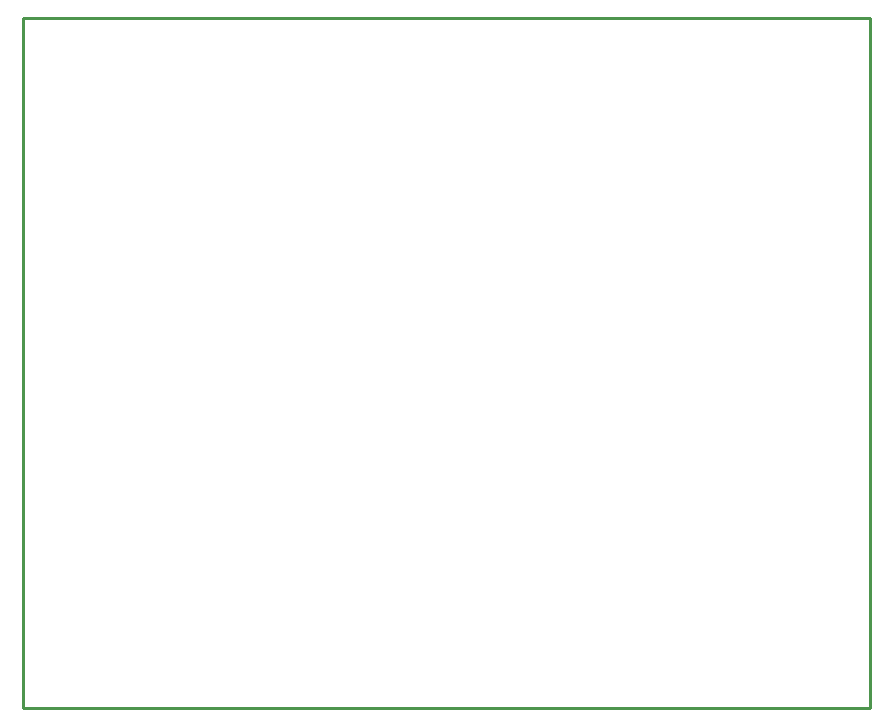
<source format=gbr>
G04 EAGLE Gerber RS-274X export*
G75*
%MOMM*%
%FSLAX34Y34*%
%LPD*%
%IN*%
%IPPOS*%
%AMOC8*
5,1,8,0,0,1.08239X$1,22.5*%
G01*
%ADD10C,0.254000*%


D10*
X0Y0D02*
X717550Y0D01*
X717550Y584200D01*
X0Y584200D01*
X0Y0D01*
M02*

</source>
